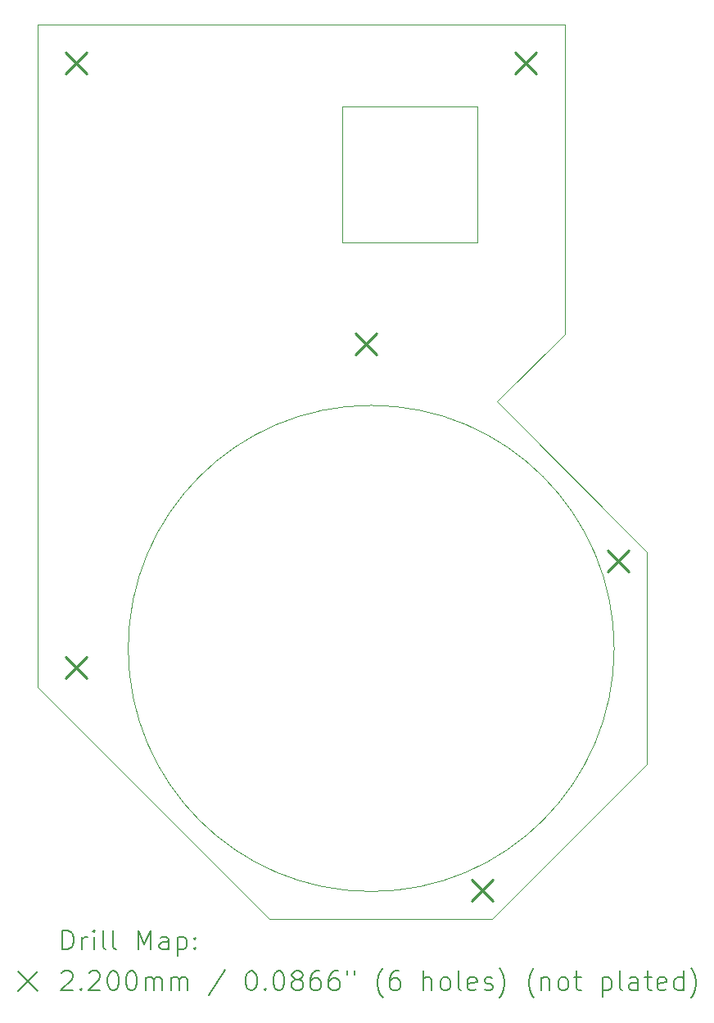
<source format=gbr>
%TF.GenerationSoftware,KiCad,Pcbnew,8.0.7*%
%TF.CreationDate,2025-01-02T13:55:24-06:00*%
%TF.ProjectId,fuckball-top,6675636b-6261-46c6-9c2d-746f702e6b69,rev?*%
%TF.SameCoordinates,Original*%
%TF.FileFunction,Drillmap*%
%TF.FilePolarity,Positive*%
%FSLAX45Y45*%
G04 Gerber Fmt 4.5, Leading zero omitted, Abs format (unit mm)*
G04 Created by KiCad (PCBNEW 8.0.7) date 2025-01-02 13:55:24*
%MOMM*%
%LPD*%
G01*
G04 APERTURE LIST*
%ADD10C,0.050000*%
%ADD11C,0.200000*%
%ADD12C,0.220000*%
G04 APERTURE END LIST*
D10*
X19200000Y-4550000D02*
X20600000Y-4550000D01*
X20600000Y-5950000D01*
X19200000Y-5950000D01*
X19200000Y-4550000D01*
X21500000Y-6900000D02*
X20800000Y-7600000D01*
X22350000Y-9150000D01*
X22350000Y-11350000D01*
X20750000Y-12950000D01*
X18450000Y-12950000D01*
X16050000Y-10550000D01*
X16050000Y-3700000D01*
X21500000Y-3700000D01*
X21500000Y-6900000D01*
X22012469Y-10150000D02*
G75*
G02*
X16987531Y-10150000I-2512469J0D01*
G01*
X16987531Y-10150000D02*
G75*
G02*
X22012469Y-10150000I2512469J0D01*
G01*
D11*
D12*
X16340000Y-3990000D02*
X16560000Y-4210000D01*
X16560000Y-3990000D02*
X16340000Y-4210000D01*
X16340000Y-10240000D02*
X16560000Y-10460000D01*
X16560000Y-10240000D02*
X16340000Y-10460000D01*
X19340000Y-6890000D02*
X19560000Y-7110000D01*
X19560000Y-6890000D02*
X19340000Y-7110000D01*
X20540000Y-12540000D02*
X20760000Y-12760000D01*
X20760000Y-12540000D02*
X20540000Y-12760000D01*
X20990000Y-3990000D02*
X21210000Y-4210000D01*
X21210000Y-3990000D02*
X20990000Y-4210000D01*
X21940000Y-9140000D02*
X22160000Y-9360000D01*
X22160000Y-9140000D02*
X21940000Y-9360000D01*
D11*
X16308277Y-13263984D02*
X16308277Y-13063984D01*
X16308277Y-13063984D02*
X16355896Y-13063984D01*
X16355896Y-13063984D02*
X16384467Y-13073508D01*
X16384467Y-13073508D02*
X16403515Y-13092555D01*
X16403515Y-13092555D02*
X16413039Y-13111603D01*
X16413039Y-13111603D02*
X16422562Y-13149698D01*
X16422562Y-13149698D02*
X16422562Y-13178269D01*
X16422562Y-13178269D02*
X16413039Y-13216365D01*
X16413039Y-13216365D02*
X16403515Y-13235412D01*
X16403515Y-13235412D02*
X16384467Y-13254460D01*
X16384467Y-13254460D02*
X16355896Y-13263984D01*
X16355896Y-13263984D02*
X16308277Y-13263984D01*
X16508277Y-13263984D02*
X16508277Y-13130650D01*
X16508277Y-13168746D02*
X16517801Y-13149698D01*
X16517801Y-13149698D02*
X16527324Y-13140174D01*
X16527324Y-13140174D02*
X16546372Y-13130650D01*
X16546372Y-13130650D02*
X16565420Y-13130650D01*
X16632086Y-13263984D02*
X16632086Y-13130650D01*
X16632086Y-13063984D02*
X16622562Y-13073508D01*
X16622562Y-13073508D02*
X16632086Y-13083031D01*
X16632086Y-13083031D02*
X16641610Y-13073508D01*
X16641610Y-13073508D02*
X16632086Y-13063984D01*
X16632086Y-13063984D02*
X16632086Y-13083031D01*
X16755896Y-13263984D02*
X16736848Y-13254460D01*
X16736848Y-13254460D02*
X16727324Y-13235412D01*
X16727324Y-13235412D02*
X16727324Y-13063984D01*
X16860658Y-13263984D02*
X16841610Y-13254460D01*
X16841610Y-13254460D02*
X16832086Y-13235412D01*
X16832086Y-13235412D02*
X16832086Y-13063984D01*
X17089229Y-13263984D02*
X17089229Y-13063984D01*
X17089229Y-13063984D02*
X17155896Y-13206841D01*
X17155896Y-13206841D02*
X17222563Y-13063984D01*
X17222563Y-13063984D02*
X17222563Y-13263984D01*
X17403515Y-13263984D02*
X17403515Y-13159222D01*
X17403515Y-13159222D02*
X17393991Y-13140174D01*
X17393991Y-13140174D02*
X17374944Y-13130650D01*
X17374944Y-13130650D02*
X17336848Y-13130650D01*
X17336848Y-13130650D02*
X17317801Y-13140174D01*
X17403515Y-13254460D02*
X17384467Y-13263984D01*
X17384467Y-13263984D02*
X17336848Y-13263984D01*
X17336848Y-13263984D02*
X17317801Y-13254460D01*
X17317801Y-13254460D02*
X17308277Y-13235412D01*
X17308277Y-13235412D02*
X17308277Y-13216365D01*
X17308277Y-13216365D02*
X17317801Y-13197317D01*
X17317801Y-13197317D02*
X17336848Y-13187793D01*
X17336848Y-13187793D02*
X17384467Y-13187793D01*
X17384467Y-13187793D02*
X17403515Y-13178269D01*
X17498753Y-13130650D02*
X17498753Y-13330650D01*
X17498753Y-13140174D02*
X17517801Y-13130650D01*
X17517801Y-13130650D02*
X17555896Y-13130650D01*
X17555896Y-13130650D02*
X17574944Y-13140174D01*
X17574944Y-13140174D02*
X17584467Y-13149698D01*
X17584467Y-13149698D02*
X17593991Y-13168746D01*
X17593991Y-13168746D02*
X17593991Y-13225888D01*
X17593991Y-13225888D02*
X17584467Y-13244936D01*
X17584467Y-13244936D02*
X17574944Y-13254460D01*
X17574944Y-13254460D02*
X17555896Y-13263984D01*
X17555896Y-13263984D02*
X17517801Y-13263984D01*
X17517801Y-13263984D02*
X17498753Y-13254460D01*
X17679705Y-13244936D02*
X17689229Y-13254460D01*
X17689229Y-13254460D02*
X17679705Y-13263984D01*
X17679705Y-13263984D02*
X17670182Y-13254460D01*
X17670182Y-13254460D02*
X17679705Y-13244936D01*
X17679705Y-13244936D02*
X17679705Y-13263984D01*
X17679705Y-13140174D02*
X17689229Y-13149698D01*
X17689229Y-13149698D02*
X17679705Y-13159222D01*
X17679705Y-13159222D02*
X17670182Y-13149698D01*
X17670182Y-13149698D02*
X17679705Y-13140174D01*
X17679705Y-13140174D02*
X17679705Y-13159222D01*
X15847500Y-13492500D02*
X16047500Y-13692500D01*
X16047500Y-13492500D02*
X15847500Y-13692500D01*
X16298753Y-13503031D02*
X16308277Y-13493508D01*
X16308277Y-13493508D02*
X16327324Y-13483984D01*
X16327324Y-13483984D02*
X16374943Y-13483984D01*
X16374943Y-13483984D02*
X16393991Y-13493508D01*
X16393991Y-13493508D02*
X16403515Y-13503031D01*
X16403515Y-13503031D02*
X16413039Y-13522079D01*
X16413039Y-13522079D02*
X16413039Y-13541127D01*
X16413039Y-13541127D02*
X16403515Y-13569698D01*
X16403515Y-13569698D02*
X16289229Y-13683984D01*
X16289229Y-13683984D02*
X16413039Y-13683984D01*
X16498753Y-13664936D02*
X16508277Y-13674460D01*
X16508277Y-13674460D02*
X16498753Y-13683984D01*
X16498753Y-13683984D02*
X16489229Y-13674460D01*
X16489229Y-13674460D02*
X16498753Y-13664936D01*
X16498753Y-13664936D02*
X16498753Y-13683984D01*
X16584467Y-13503031D02*
X16593991Y-13493508D01*
X16593991Y-13493508D02*
X16613039Y-13483984D01*
X16613039Y-13483984D02*
X16660658Y-13483984D01*
X16660658Y-13483984D02*
X16679705Y-13493508D01*
X16679705Y-13493508D02*
X16689229Y-13503031D01*
X16689229Y-13503031D02*
X16698753Y-13522079D01*
X16698753Y-13522079D02*
X16698753Y-13541127D01*
X16698753Y-13541127D02*
X16689229Y-13569698D01*
X16689229Y-13569698D02*
X16574943Y-13683984D01*
X16574943Y-13683984D02*
X16698753Y-13683984D01*
X16822563Y-13483984D02*
X16841610Y-13483984D01*
X16841610Y-13483984D02*
X16860658Y-13493508D01*
X16860658Y-13493508D02*
X16870182Y-13503031D01*
X16870182Y-13503031D02*
X16879705Y-13522079D01*
X16879705Y-13522079D02*
X16889229Y-13560174D01*
X16889229Y-13560174D02*
X16889229Y-13607793D01*
X16889229Y-13607793D02*
X16879705Y-13645888D01*
X16879705Y-13645888D02*
X16870182Y-13664936D01*
X16870182Y-13664936D02*
X16860658Y-13674460D01*
X16860658Y-13674460D02*
X16841610Y-13683984D01*
X16841610Y-13683984D02*
X16822563Y-13683984D01*
X16822563Y-13683984D02*
X16803515Y-13674460D01*
X16803515Y-13674460D02*
X16793991Y-13664936D01*
X16793991Y-13664936D02*
X16784467Y-13645888D01*
X16784467Y-13645888D02*
X16774943Y-13607793D01*
X16774943Y-13607793D02*
X16774943Y-13560174D01*
X16774943Y-13560174D02*
X16784467Y-13522079D01*
X16784467Y-13522079D02*
X16793991Y-13503031D01*
X16793991Y-13503031D02*
X16803515Y-13493508D01*
X16803515Y-13493508D02*
X16822563Y-13483984D01*
X17013039Y-13483984D02*
X17032086Y-13483984D01*
X17032086Y-13483984D02*
X17051134Y-13493508D01*
X17051134Y-13493508D02*
X17060658Y-13503031D01*
X17060658Y-13503031D02*
X17070182Y-13522079D01*
X17070182Y-13522079D02*
X17079705Y-13560174D01*
X17079705Y-13560174D02*
X17079705Y-13607793D01*
X17079705Y-13607793D02*
X17070182Y-13645888D01*
X17070182Y-13645888D02*
X17060658Y-13664936D01*
X17060658Y-13664936D02*
X17051134Y-13674460D01*
X17051134Y-13674460D02*
X17032086Y-13683984D01*
X17032086Y-13683984D02*
X17013039Y-13683984D01*
X17013039Y-13683984D02*
X16993991Y-13674460D01*
X16993991Y-13674460D02*
X16984467Y-13664936D01*
X16984467Y-13664936D02*
X16974944Y-13645888D01*
X16974944Y-13645888D02*
X16965420Y-13607793D01*
X16965420Y-13607793D02*
X16965420Y-13560174D01*
X16965420Y-13560174D02*
X16974944Y-13522079D01*
X16974944Y-13522079D02*
X16984467Y-13503031D01*
X16984467Y-13503031D02*
X16993991Y-13493508D01*
X16993991Y-13493508D02*
X17013039Y-13483984D01*
X17165420Y-13683984D02*
X17165420Y-13550650D01*
X17165420Y-13569698D02*
X17174944Y-13560174D01*
X17174944Y-13560174D02*
X17193991Y-13550650D01*
X17193991Y-13550650D02*
X17222563Y-13550650D01*
X17222563Y-13550650D02*
X17241610Y-13560174D01*
X17241610Y-13560174D02*
X17251134Y-13579222D01*
X17251134Y-13579222D02*
X17251134Y-13683984D01*
X17251134Y-13579222D02*
X17260658Y-13560174D01*
X17260658Y-13560174D02*
X17279705Y-13550650D01*
X17279705Y-13550650D02*
X17308277Y-13550650D01*
X17308277Y-13550650D02*
X17327325Y-13560174D01*
X17327325Y-13560174D02*
X17336848Y-13579222D01*
X17336848Y-13579222D02*
X17336848Y-13683984D01*
X17432086Y-13683984D02*
X17432086Y-13550650D01*
X17432086Y-13569698D02*
X17441610Y-13560174D01*
X17441610Y-13560174D02*
X17460658Y-13550650D01*
X17460658Y-13550650D02*
X17489229Y-13550650D01*
X17489229Y-13550650D02*
X17508277Y-13560174D01*
X17508277Y-13560174D02*
X17517801Y-13579222D01*
X17517801Y-13579222D02*
X17517801Y-13683984D01*
X17517801Y-13579222D02*
X17527325Y-13560174D01*
X17527325Y-13560174D02*
X17546372Y-13550650D01*
X17546372Y-13550650D02*
X17574944Y-13550650D01*
X17574944Y-13550650D02*
X17593991Y-13560174D01*
X17593991Y-13560174D02*
X17603515Y-13579222D01*
X17603515Y-13579222D02*
X17603515Y-13683984D01*
X17993991Y-13474460D02*
X17822563Y-13731603D01*
X18251134Y-13483984D02*
X18270182Y-13483984D01*
X18270182Y-13483984D02*
X18289229Y-13493508D01*
X18289229Y-13493508D02*
X18298753Y-13503031D01*
X18298753Y-13503031D02*
X18308277Y-13522079D01*
X18308277Y-13522079D02*
X18317801Y-13560174D01*
X18317801Y-13560174D02*
X18317801Y-13607793D01*
X18317801Y-13607793D02*
X18308277Y-13645888D01*
X18308277Y-13645888D02*
X18298753Y-13664936D01*
X18298753Y-13664936D02*
X18289229Y-13674460D01*
X18289229Y-13674460D02*
X18270182Y-13683984D01*
X18270182Y-13683984D02*
X18251134Y-13683984D01*
X18251134Y-13683984D02*
X18232087Y-13674460D01*
X18232087Y-13674460D02*
X18222563Y-13664936D01*
X18222563Y-13664936D02*
X18213039Y-13645888D01*
X18213039Y-13645888D02*
X18203515Y-13607793D01*
X18203515Y-13607793D02*
X18203515Y-13560174D01*
X18203515Y-13560174D02*
X18213039Y-13522079D01*
X18213039Y-13522079D02*
X18222563Y-13503031D01*
X18222563Y-13503031D02*
X18232087Y-13493508D01*
X18232087Y-13493508D02*
X18251134Y-13483984D01*
X18403515Y-13664936D02*
X18413039Y-13674460D01*
X18413039Y-13674460D02*
X18403515Y-13683984D01*
X18403515Y-13683984D02*
X18393991Y-13674460D01*
X18393991Y-13674460D02*
X18403515Y-13664936D01*
X18403515Y-13664936D02*
X18403515Y-13683984D01*
X18536848Y-13483984D02*
X18555896Y-13483984D01*
X18555896Y-13483984D02*
X18574944Y-13493508D01*
X18574944Y-13493508D02*
X18584468Y-13503031D01*
X18584468Y-13503031D02*
X18593991Y-13522079D01*
X18593991Y-13522079D02*
X18603515Y-13560174D01*
X18603515Y-13560174D02*
X18603515Y-13607793D01*
X18603515Y-13607793D02*
X18593991Y-13645888D01*
X18593991Y-13645888D02*
X18584468Y-13664936D01*
X18584468Y-13664936D02*
X18574944Y-13674460D01*
X18574944Y-13674460D02*
X18555896Y-13683984D01*
X18555896Y-13683984D02*
X18536848Y-13683984D01*
X18536848Y-13683984D02*
X18517801Y-13674460D01*
X18517801Y-13674460D02*
X18508277Y-13664936D01*
X18508277Y-13664936D02*
X18498753Y-13645888D01*
X18498753Y-13645888D02*
X18489229Y-13607793D01*
X18489229Y-13607793D02*
X18489229Y-13560174D01*
X18489229Y-13560174D02*
X18498753Y-13522079D01*
X18498753Y-13522079D02*
X18508277Y-13503031D01*
X18508277Y-13503031D02*
X18517801Y-13493508D01*
X18517801Y-13493508D02*
X18536848Y-13483984D01*
X18717801Y-13569698D02*
X18698753Y-13560174D01*
X18698753Y-13560174D02*
X18689229Y-13550650D01*
X18689229Y-13550650D02*
X18679706Y-13531603D01*
X18679706Y-13531603D02*
X18679706Y-13522079D01*
X18679706Y-13522079D02*
X18689229Y-13503031D01*
X18689229Y-13503031D02*
X18698753Y-13493508D01*
X18698753Y-13493508D02*
X18717801Y-13483984D01*
X18717801Y-13483984D02*
X18755896Y-13483984D01*
X18755896Y-13483984D02*
X18774944Y-13493508D01*
X18774944Y-13493508D02*
X18784468Y-13503031D01*
X18784468Y-13503031D02*
X18793991Y-13522079D01*
X18793991Y-13522079D02*
X18793991Y-13531603D01*
X18793991Y-13531603D02*
X18784468Y-13550650D01*
X18784468Y-13550650D02*
X18774944Y-13560174D01*
X18774944Y-13560174D02*
X18755896Y-13569698D01*
X18755896Y-13569698D02*
X18717801Y-13569698D01*
X18717801Y-13569698D02*
X18698753Y-13579222D01*
X18698753Y-13579222D02*
X18689229Y-13588746D01*
X18689229Y-13588746D02*
X18679706Y-13607793D01*
X18679706Y-13607793D02*
X18679706Y-13645888D01*
X18679706Y-13645888D02*
X18689229Y-13664936D01*
X18689229Y-13664936D02*
X18698753Y-13674460D01*
X18698753Y-13674460D02*
X18717801Y-13683984D01*
X18717801Y-13683984D02*
X18755896Y-13683984D01*
X18755896Y-13683984D02*
X18774944Y-13674460D01*
X18774944Y-13674460D02*
X18784468Y-13664936D01*
X18784468Y-13664936D02*
X18793991Y-13645888D01*
X18793991Y-13645888D02*
X18793991Y-13607793D01*
X18793991Y-13607793D02*
X18784468Y-13588746D01*
X18784468Y-13588746D02*
X18774944Y-13579222D01*
X18774944Y-13579222D02*
X18755896Y-13569698D01*
X18965420Y-13483984D02*
X18927325Y-13483984D01*
X18927325Y-13483984D02*
X18908277Y-13493508D01*
X18908277Y-13493508D02*
X18898753Y-13503031D01*
X18898753Y-13503031D02*
X18879706Y-13531603D01*
X18879706Y-13531603D02*
X18870182Y-13569698D01*
X18870182Y-13569698D02*
X18870182Y-13645888D01*
X18870182Y-13645888D02*
X18879706Y-13664936D01*
X18879706Y-13664936D02*
X18889229Y-13674460D01*
X18889229Y-13674460D02*
X18908277Y-13683984D01*
X18908277Y-13683984D02*
X18946372Y-13683984D01*
X18946372Y-13683984D02*
X18965420Y-13674460D01*
X18965420Y-13674460D02*
X18974944Y-13664936D01*
X18974944Y-13664936D02*
X18984468Y-13645888D01*
X18984468Y-13645888D02*
X18984468Y-13598269D01*
X18984468Y-13598269D02*
X18974944Y-13579222D01*
X18974944Y-13579222D02*
X18965420Y-13569698D01*
X18965420Y-13569698D02*
X18946372Y-13560174D01*
X18946372Y-13560174D02*
X18908277Y-13560174D01*
X18908277Y-13560174D02*
X18889229Y-13569698D01*
X18889229Y-13569698D02*
X18879706Y-13579222D01*
X18879706Y-13579222D02*
X18870182Y-13598269D01*
X19155896Y-13483984D02*
X19117801Y-13483984D01*
X19117801Y-13483984D02*
X19098753Y-13493508D01*
X19098753Y-13493508D02*
X19089229Y-13503031D01*
X19089229Y-13503031D02*
X19070182Y-13531603D01*
X19070182Y-13531603D02*
X19060658Y-13569698D01*
X19060658Y-13569698D02*
X19060658Y-13645888D01*
X19060658Y-13645888D02*
X19070182Y-13664936D01*
X19070182Y-13664936D02*
X19079706Y-13674460D01*
X19079706Y-13674460D02*
X19098753Y-13683984D01*
X19098753Y-13683984D02*
X19136849Y-13683984D01*
X19136849Y-13683984D02*
X19155896Y-13674460D01*
X19155896Y-13674460D02*
X19165420Y-13664936D01*
X19165420Y-13664936D02*
X19174944Y-13645888D01*
X19174944Y-13645888D02*
X19174944Y-13598269D01*
X19174944Y-13598269D02*
X19165420Y-13579222D01*
X19165420Y-13579222D02*
X19155896Y-13569698D01*
X19155896Y-13569698D02*
X19136849Y-13560174D01*
X19136849Y-13560174D02*
X19098753Y-13560174D01*
X19098753Y-13560174D02*
X19079706Y-13569698D01*
X19079706Y-13569698D02*
X19070182Y-13579222D01*
X19070182Y-13579222D02*
X19060658Y-13598269D01*
X19251134Y-13483984D02*
X19251134Y-13522079D01*
X19327325Y-13483984D02*
X19327325Y-13522079D01*
X19622563Y-13760174D02*
X19613039Y-13750650D01*
X19613039Y-13750650D02*
X19593991Y-13722079D01*
X19593991Y-13722079D02*
X19584468Y-13703031D01*
X19584468Y-13703031D02*
X19574944Y-13674460D01*
X19574944Y-13674460D02*
X19565420Y-13626841D01*
X19565420Y-13626841D02*
X19565420Y-13588746D01*
X19565420Y-13588746D02*
X19574944Y-13541127D01*
X19574944Y-13541127D02*
X19584468Y-13512555D01*
X19584468Y-13512555D02*
X19593991Y-13493508D01*
X19593991Y-13493508D02*
X19613039Y-13464936D01*
X19613039Y-13464936D02*
X19622563Y-13455412D01*
X19784468Y-13483984D02*
X19746372Y-13483984D01*
X19746372Y-13483984D02*
X19727325Y-13493508D01*
X19727325Y-13493508D02*
X19717801Y-13503031D01*
X19717801Y-13503031D02*
X19698753Y-13531603D01*
X19698753Y-13531603D02*
X19689230Y-13569698D01*
X19689230Y-13569698D02*
X19689230Y-13645888D01*
X19689230Y-13645888D02*
X19698753Y-13664936D01*
X19698753Y-13664936D02*
X19708277Y-13674460D01*
X19708277Y-13674460D02*
X19727325Y-13683984D01*
X19727325Y-13683984D02*
X19765420Y-13683984D01*
X19765420Y-13683984D02*
X19784468Y-13674460D01*
X19784468Y-13674460D02*
X19793991Y-13664936D01*
X19793991Y-13664936D02*
X19803515Y-13645888D01*
X19803515Y-13645888D02*
X19803515Y-13598269D01*
X19803515Y-13598269D02*
X19793991Y-13579222D01*
X19793991Y-13579222D02*
X19784468Y-13569698D01*
X19784468Y-13569698D02*
X19765420Y-13560174D01*
X19765420Y-13560174D02*
X19727325Y-13560174D01*
X19727325Y-13560174D02*
X19708277Y-13569698D01*
X19708277Y-13569698D02*
X19698753Y-13579222D01*
X19698753Y-13579222D02*
X19689230Y-13598269D01*
X20041611Y-13683984D02*
X20041611Y-13483984D01*
X20127325Y-13683984D02*
X20127325Y-13579222D01*
X20127325Y-13579222D02*
X20117801Y-13560174D01*
X20117801Y-13560174D02*
X20098753Y-13550650D01*
X20098753Y-13550650D02*
X20070182Y-13550650D01*
X20070182Y-13550650D02*
X20051134Y-13560174D01*
X20051134Y-13560174D02*
X20041611Y-13569698D01*
X20251134Y-13683984D02*
X20232087Y-13674460D01*
X20232087Y-13674460D02*
X20222563Y-13664936D01*
X20222563Y-13664936D02*
X20213039Y-13645888D01*
X20213039Y-13645888D02*
X20213039Y-13588746D01*
X20213039Y-13588746D02*
X20222563Y-13569698D01*
X20222563Y-13569698D02*
X20232087Y-13560174D01*
X20232087Y-13560174D02*
X20251134Y-13550650D01*
X20251134Y-13550650D02*
X20279706Y-13550650D01*
X20279706Y-13550650D02*
X20298753Y-13560174D01*
X20298753Y-13560174D02*
X20308277Y-13569698D01*
X20308277Y-13569698D02*
X20317801Y-13588746D01*
X20317801Y-13588746D02*
X20317801Y-13645888D01*
X20317801Y-13645888D02*
X20308277Y-13664936D01*
X20308277Y-13664936D02*
X20298753Y-13674460D01*
X20298753Y-13674460D02*
X20279706Y-13683984D01*
X20279706Y-13683984D02*
X20251134Y-13683984D01*
X20432087Y-13683984D02*
X20413039Y-13674460D01*
X20413039Y-13674460D02*
X20403515Y-13655412D01*
X20403515Y-13655412D02*
X20403515Y-13483984D01*
X20584468Y-13674460D02*
X20565420Y-13683984D01*
X20565420Y-13683984D02*
X20527325Y-13683984D01*
X20527325Y-13683984D02*
X20508277Y-13674460D01*
X20508277Y-13674460D02*
X20498753Y-13655412D01*
X20498753Y-13655412D02*
X20498753Y-13579222D01*
X20498753Y-13579222D02*
X20508277Y-13560174D01*
X20508277Y-13560174D02*
X20527325Y-13550650D01*
X20527325Y-13550650D02*
X20565420Y-13550650D01*
X20565420Y-13550650D02*
X20584468Y-13560174D01*
X20584468Y-13560174D02*
X20593992Y-13579222D01*
X20593992Y-13579222D02*
X20593992Y-13598269D01*
X20593992Y-13598269D02*
X20498753Y-13617317D01*
X20670182Y-13674460D02*
X20689230Y-13683984D01*
X20689230Y-13683984D02*
X20727325Y-13683984D01*
X20727325Y-13683984D02*
X20746373Y-13674460D01*
X20746373Y-13674460D02*
X20755896Y-13655412D01*
X20755896Y-13655412D02*
X20755896Y-13645888D01*
X20755896Y-13645888D02*
X20746373Y-13626841D01*
X20746373Y-13626841D02*
X20727325Y-13617317D01*
X20727325Y-13617317D02*
X20698753Y-13617317D01*
X20698753Y-13617317D02*
X20679706Y-13607793D01*
X20679706Y-13607793D02*
X20670182Y-13588746D01*
X20670182Y-13588746D02*
X20670182Y-13579222D01*
X20670182Y-13579222D02*
X20679706Y-13560174D01*
X20679706Y-13560174D02*
X20698753Y-13550650D01*
X20698753Y-13550650D02*
X20727325Y-13550650D01*
X20727325Y-13550650D02*
X20746373Y-13560174D01*
X20822563Y-13760174D02*
X20832087Y-13750650D01*
X20832087Y-13750650D02*
X20851134Y-13722079D01*
X20851134Y-13722079D02*
X20860658Y-13703031D01*
X20860658Y-13703031D02*
X20870182Y-13674460D01*
X20870182Y-13674460D02*
X20879706Y-13626841D01*
X20879706Y-13626841D02*
X20879706Y-13588746D01*
X20879706Y-13588746D02*
X20870182Y-13541127D01*
X20870182Y-13541127D02*
X20860658Y-13512555D01*
X20860658Y-13512555D02*
X20851134Y-13493508D01*
X20851134Y-13493508D02*
X20832087Y-13464936D01*
X20832087Y-13464936D02*
X20822563Y-13455412D01*
X21184468Y-13760174D02*
X21174944Y-13750650D01*
X21174944Y-13750650D02*
X21155896Y-13722079D01*
X21155896Y-13722079D02*
X21146373Y-13703031D01*
X21146373Y-13703031D02*
X21136849Y-13674460D01*
X21136849Y-13674460D02*
X21127325Y-13626841D01*
X21127325Y-13626841D02*
X21127325Y-13588746D01*
X21127325Y-13588746D02*
X21136849Y-13541127D01*
X21136849Y-13541127D02*
X21146373Y-13512555D01*
X21146373Y-13512555D02*
X21155896Y-13493508D01*
X21155896Y-13493508D02*
X21174944Y-13464936D01*
X21174944Y-13464936D02*
X21184468Y-13455412D01*
X21260658Y-13550650D02*
X21260658Y-13683984D01*
X21260658Y-13569698D02*
X21270182Y-13560174D01*
X21270182Y-13560174D02*
X21289230Y-13550650D01*
X21289230Y-13550650D02*
X21317801Y-13550650D01*
X21317801Y-13550650D02*
X21336849Y-13560174D01*
X21336849Y-13560174D02*
X21346373Y-13579222D01*
X21346373Y-13579222D02*
X21346373Y-13683984D01*
X21470182Y-13683984D02*
X21451134Y-13674460D01*
X21451134Y-13674460D02*
X21441611Y-13664936D01*
X21441611Y-13664936D02*
X21432087Y-13645888D01*
X21432087Y-13645888D02*
X21432087Y-13588746D01*
X21432087Y-13588746D02*
X21441611Y-13569698D01*
X21441611Y-13569698D02*
X21451134Y-13560174D01*
X21451134Y-13560174D02*
X21470182Y-13550650D01*
X21470182Y-13550650D02*
X21498754Y-13550650D01*
X21498754Y-13550650D02*
X21517801Y-13560174D01*
X21517801Y-13560174D02*
X21527325Y-13569698D01*
X21527325Y-13569698D02*
X21536849Y-13588746D01*
X21536849Y-13588746D02*
X21536849Y-13645888D01*
X21536849Y-13645888D02*
X21527325Y-13664936D01*
X21527325Y-13664936D02*
X21517801Y-13674460D01*
X21517801Y-13674460D02*
X21498754Y-13683984D01*
X21498754Y-13683984D02*
X21470182Y-13683984D01*
X21593992Y-13550650D02*
X21670182Y-13550650D01*
X21622563Y-13483984D02*
X21622563Y-13655412D01*
X21622563Y-13655412D02*
X21632087Y-13674460D01*
X21632087Y-13674460D02*
X21651134Y-13683984D01*
X21651134Y-13683984D02*
X21670182Y-13683984D01*
X21889230Y-13550650D02*
X21889230Y-13750650D01*
X21889230Y-13560174D02*
X21908277Y-13550650D01*
X21908277Y-13550650D02*
X21946373Y-13550650D01*
X21946373Y-13550650D02*
X21965420Y-13560174D01*
X21965420Y-13560174D02*
X21974944Y-13569698D01*
X21974944Y-13569698D02*
X21984468Y-13588746D01*
X21984468Y-13588746D02*
X21984468Y-13645888D01*
X21984468Y-13645888D02*
X21974944Y-13664936D01*
X21974944Y-13664936D02*
X21965420Y-13674460D01*
X21965420Y-13674460D02*
X21946373Y-13683984D01*
X21946373Y-13683984D02*
X21908277Y-13683984D01*
X21908277Y-13683984D02*
X21889230Y-13674460D01*
X22098754Y-13683984D02*
X22079706Y-13674460D01*
X22079706Y-13674460D02*
X22070182Y-13655412D01*
X22070182Y-13655412D02*
X22070182Y-13483984D01*
X22260658Y-13683984D02*
X22260658Y-13579222D01*
X22260658Y-13579222D02*
X22251135Y-13560174D01*
X22251135Y-13560174D02*
X22232087Y-13550650D01*
X22232087Y-13550650D02*
X22193992Y-13550650D01*
X22193992Y-13550650D02*
X22174944Y-13560174D01*
X22260658Y-13674460D02*
X22241611Y-13683984D01*
X22241611Y-13683984D02*
X22193992Y-13683984D01*
X22193992Y-13683984D02*
X22174944Y-13674460D01*
X22174944Y-13674460D02*
X22165420Y-13655412D01*
X22165420Y-13655412D02*
X22165420Y-13636365D01*
X22165420Y-13636365D02*
X22174944Y-13617317D01*
X22174944Y-13617317D02*
X22193992Y-13607793D01*
X22193992Y-13607793D02*
X22241611Y-13607793D01*
X22241611Y-13607793D02*
X22260658Y-13598269D01*
X22327325Y-13550650D02*
X22403515Y-13550650D01*
X22355896Y-13483984D02*
X22355896Y-13655412D01*
X22355896Y-13655412D02*
X22365420Y-13674460D01*
X22365420Y-13674460D02*
X22384468Y-13683984D01*
X22384468Y-13683984D02*
X22403515Y-13683984D01*
X22546373Y-13674460D02*
X22527325Y-13683984D01*
X22527325Y-13683984D02*
X22489230Y-13683984D01*
X22489230Y-13683984D02*
X22470182Y-13674460D01*
X22470182Y-13674460D02*
X22460658Y-13655412D01*
X22460658Y-13655412D02*
X22460658Y-13579222D01*
X22460658Y-13579222D02*
X22470182Y-13560174D01*
X22470182Y-13560174D02*
X22489230Y-13550650D01*
X22489230Y-13550650D02*
X22527325Y-13550650D01*
X22527325Y-13550650D02*
X22546373Y-13560174D01*
X22546373Y-13560174D02*
X22555896Y-13579222D01*
X22555896Y-13579222D02*
X22555896Y-13598269D01*
X22555896Y-13598269D02*
X22460658Y-13617317D01*
X22727325Y-13683984D02*
X22727325Y-13483984D01*
X22727325Y-13674460D02*
X22708277Y-13683984D01*
X22708277Y-13683984D02*
X22670182Y-13683984D01*
X22670182Y-13683984D02*
X22651134Y-13674460D01*
X22651134Y-13674460D02*
X22641611Y-13664936D01*
X22641611Y-13664936D02*
X22632087Y-13645888D01*
X22632087Y-13645888D02*
X22632087Y-13588746D01*
X22632087Y-13588746D02*
X22641611Y-13569698D01*
X22641611Y-13569698D02*
X22651134Y-13560174D01*
X22651134Y-13560174D02*
X22670182Y-13550650D01*
X22670182Y-13550650D02*
X22708277Y-13550650D01*
X22708277Y-13550650D02*
X22727325Y-13560174D01*
X22803515Y-13760174D02*
X22813039Y-13750650D01*
X22813039Y-13750650D02*
X22832087Y-13722079D01*
X22832087Y-13722079D02*
X22841611Y-13703031D01*
X22841611Y-13703031D02*
X22851134Y-13674460D01*
X22851134Y-13674460D02*
X22860658Y-13626841D01*
X22860658Y-13626841D02*
X22860658Y-13588746D01*
X22860658Y-13588746D02*
X22851134Y-13541127D01*
X22851134Y-13541127D02*
X22841611Y-13512555D01*
X22841611Y-13512555D02*
X22832087Y-13493508D01*
X22832087Y-13493508D02*
X22813039Y-13464936D01*
X22813039Y-13464936D02*
X22803515Y-13455412D01*
M02*

</source>
